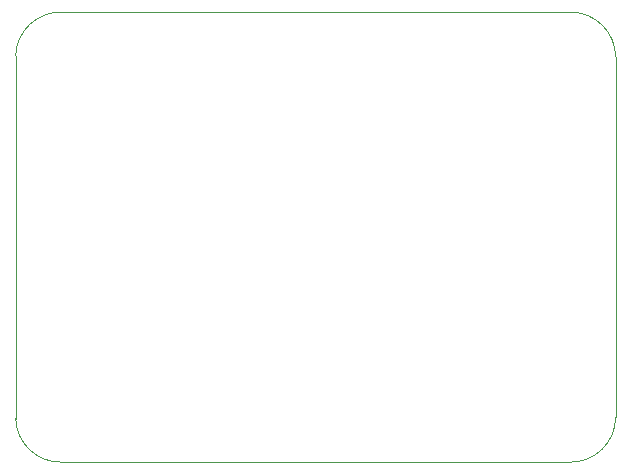
<source format=gm1>
%TF.GenerationSoftware,KiCad,Pcbnew,7.0.7*%
%TF.CreationDate,2024-03-25T16:43:20-04:00*%
%TF.ProjectId,MicBoard,4d696342-6f61-4726-942e-6b696361645f,rev?*%
%TF.SameCoordinates,Original*%
%TF.FileFunction,Profile,NP*%
%FSLAX46Y46*%
G04 Gerber Fmt 4.6, Leading zero omitted, Abs format (unit mm)*
G04 Created by KiCad (PCBNEW 7.0.7) date 2024-03-25 16:43:20*
%MOMM*%
%LPD*%
G01*
G04 APERTURE LIST*
%TA.AperFunction,Profile*%
%ADD10C,0.100000*%
%TD*%
G04 APERTURE END LIST*
D10*
X50800000Y-85217000D02*
G75*
G03*
X54737000Y-88900000I3810000J127000D01*
G01*
X54737000Y-50800000D02*
G75*
G03*
X50800000Y-54483000I-127000J-3810000D01*
G01*
X101600000Y-85090000D02*
X101600000Y-54610000D01*
X101600000Y-54610000D02*
G75*
G03*
X97790000Y-50800000I-3810000J0D01*
G01*
X97790000Y-50800000D02*
X54737000Y-50800000D01*
X54737000Y-88900000D02*
X97790000Y-88900000D01*
X50800000Y-54483000D02*
X50800000Y-85217000D01*
X97790000Y-88900000D02*
G75*
G03*
X101600000Y-85090000I0J3810000D01*
G01*
M02*

</source>
